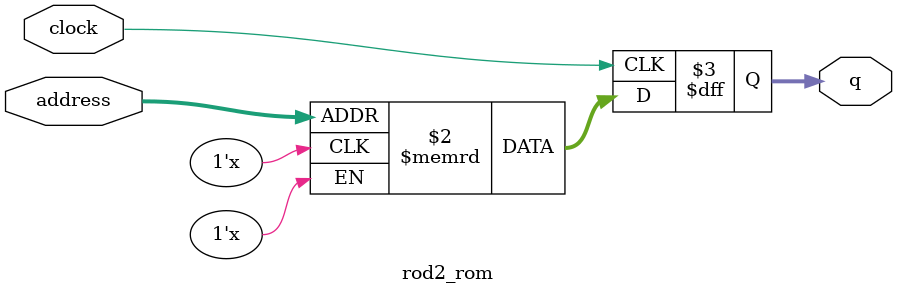
<source format=sv>
module rod2_rom (
	input logic clock,
	input logic [9:0] address,
	output logic [2:0] q
);

logic [2:0] memory [0:639] /* synthesis ram_init_file = "./rod2/rod2.COE" */;

always_ff @ (posedge clock) begin
	q <= memory[address];
end

endmodule

</source>
